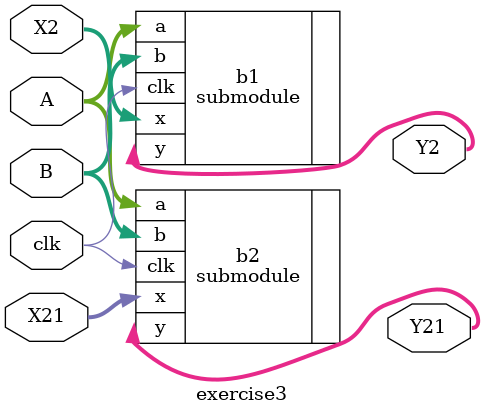
<source format=v>
`timescale 1ns / 1ps


module exercise3( clk,X2,X21,Y2,Y21,A,B

    );

input [7:0] X2,X21,A,B;
input clk;
output  [9:0] Y2,Y21;

submodule b1(.clk(clk),.x(X2),.a(A),.b(B),.y(Y2));
submodule b2(.clk(clk),.x(X21),.a(A),.b(B),.y(Y21));



    
endmodule

</source>
